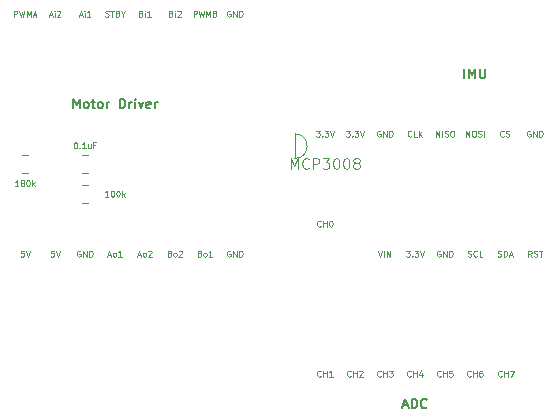
<source format=gbr>
%TF.GenerationSoftware,KiCad,Pcbnew,(6.0.7-1)-1*%
%TF.CreationDate,2022-11-11T20:36:14-08:00*%
%TF.ProjectId,KamiPCBv4,4b616d69-5043-4427-9634-2e6b69636164,rev?*%
%TF.SameCoordinates,Original*%
%TF.FileFunction,Legend,Top*%
%TF.FilePolarity,Positive*%
%FSLAX46Y46*%
G04 Gerber Fmt 4.6, Leading zero omitted, Abs format (unit mm)*
G04 Created by KiCad (PCBNEW (6.0.7-1)-1) date 2022-11-11 20:36:14*
%MOMM*%
%LPD*%
G01*
G04 APERTURE LIST*
%ADD10C,0.150000*%
%ADD11C,0.120000*%
%ADD12C,0.125000*%
%ADD13C,0.121920*%
G04 APERTURE END LIST*
D10*
X156489523Y-132213333D02*
X156870476Y-132213333D01*
X156413333Y-132441904D02*
X156680000Y-131641904D01*
X156946666Y-132441904D01*
X157213333Y-132441904D02*
X157213333Y-131641904D01*
X157403809Y-131641904D01*
X157518095Y-131680000D01*
X157594285Y-131756190D01*
X157632380Y-131832380D01*
X157670476Y-131984761D01*
X157670476Y-132099047D01*
X157632380Y-132251428D01*
X157594285Y-132327619D01*
X157518095Y-132403809D01*
X157403809Y-132441904D01*
X157213333Y-132441904D01*
X158470476Y-132365714D02*
X158432380Y-132403809D01*
X158318095Y-132441904D01*
X158241904Y-132441904D01*
X158127619Y-132403809D01*
X158051428Y-132327619D01*
X158013333Y-132251428D01*
X157975238Y-132099047D01*
X157975238Y-131984761D01*
X158013333Y-131832380D01*
X158051428Y-131756190D01*
X158127619Y-131680000D01*
X158241904Y-131641904D01*
X158318095Y-131641904D01*
X158432380Y-131680000D01*
X158470476Y-131718095D01*
D11*
X147320000Y-109220000D02*
X147320000Y-111300000D01*
X147320000Y-111300000D02*
G75*
G03*
X147320000Y-109220000I0J1040000D01*
G01*
D12*
X164492857Y-119582380D02*
X164564285Y-119606190D01*
X164683333Y-119606190D01*
X164730952Y-119582380D01*
X164754761Y-119558571D01*
X164778571Y-119510952D01*
X164778571Y-119463333D01*
X164754761Y-119415714D01*
X164730952Y-119391904D01*
X164683333Y-119368095D01*
X164588095Y-119344285D01*
X164540476Y-119320476D01*
X164516666Y-119296666D01*
X164492857Y-119249047D01*
X164492857Y-119201428D01*
X164516666Y-119153809D01*
X164540476Y-119130000D01*
X164588095Y-119106190D01*
X164707142Y-119106190D01*
X164778571Y-119130000D01*
X164992857Y-119606190D02*
X164992857Y-119106190D01*
X165111904Y-119106190D01*
X165183333Y-119130000D01*
X165230952Y-119177619D01*
X165254761Y-119225238D01*
X165278571Y-119320476D01*
X165278571Y-119391904D01*
X165254761Y-119487142D01*
X165230952Y-119534761D01*
X165183333Y-119582380D01*
X165111904Y-119606190D01*
X164992857Y-119606190D01*
X165469047Y-119463333D02*
X165707142Y-119463333D01*
X165421428Y-119606190D02*
X165588095Y-119106190D01*
X165754761Y-119606190D01*
X159639047Y-119130000D02*
X159591428Y-119106190D01*
X159520000Y-119106190D01*
X159448571Y-119130000D01*
X159400952Y-119177619D01*
X159377142Y-119225238D01*
X159353333Y-119320476D01*
X159353333Y-119391904D01*
X159377142Y-119487142D01*
X159400952Y-119534761D01*
X159448571Y-119582380D01*
X159520000Y-119606190D01*
X159567619Y-119606190D01*
X159639047Y-119582380D01*
X159662857Y-119558571D01*
X159662857Y-119391904D01*
X159567619Y-119391904D01*
X159877142Y-119606190D02*
X159877142Y-119106190D01*
X160162857Y-119606190D01*
X160162857Y-119106190D01*
X160400952Y-119606190D02*
X160400952Y-119106190D01*
X160520000Y-119106190D01*
X160591428Y-119130000D01*
X160639047Y-119177619D01*
X160662857Y-119225238D01*
X160686666Y-119320476D01*
X160686666Y-119391904D01*
X160662857Y-119487142D01*
X160639047Y-119534761D01*
X160591428Y-119582380D01*
X160520000Y-119606190D01*
X160400952Y-119606190D01*
X141859047Y-98810000D02*
X141811428Y-98786190D01*
X141740000Y-98786190D01*
X141668571Y-98810000D01*
X141620952Y-98857619D01*
X141597142Y-98905238D01*
X141573333Y-99000476D01*
X141573333Y-99071904D01*
X141597142Y-99167142D01*
X141620952Y-99214761D01*
X141668571Y-99262380D01*
X141740000Y-99286190D01*
X141787619Y-99286190D01*
X141859047Y-99262380D01*
X141882857Y-99238571D01*
X141882857Y-99071904D01*
X141787619Y-99071904D01*
X142097142Y-99286190D02*
X142097142Y-98786190D01*
X142382857Y-99286190D01*
X142382857Y-98786190D01*
X142620952Y-99286190D02*
X142620952Y-98786190D01*
X142740000Y-98786190D01*
X142811428Y-98810000D01*
X142859047Y-98857619D01*
X142882857Y-98905238D01*
X142906666Y-99000476D01*
X142906666Y-99071904D01*
X142882857Y-99167142D01*
X142859047Y-99214761D01*
X142811428Y-99262380D01*
X142740000Y-99286190D01*
X142620952Y-99286190D01*
X157134761Y-129718571D02*
X157110952Y-129742380D01*
X157039523Y-129766190D01*
X156991904Y-129766190D01*
X156920476Y-129742380D01*
X156872857Y-129694761D01*
X156849047Y-129647142D01*
X156825238Y-129551904D01*
X156825238Y-129480476D01*
X156849047Y-129385238D01*
X156872857Y-129337619D01*
X156920476Y-129290000D01*
X156991904Y-129266190D01*
X157039523Y-129266190D01*
X157110952Y-129290000D01*
X157134761Y-129313809D01*
X157349047Y-129766190D02*
X157349047Y-129266190D01*
X157349047Y-129504285D02*
X157634761Y-129504285D01*
X157634761Y-129766190D02*
X157634761Y-129266190D01*
X158087142Y-129432857D02*
X158087142Y-129766190D01*
X157968095Y-129242380D02*
X157849047Y-129599523D01*
X158158571Y-129599523D01*
X129159047Y-119130000D02*
X129111428Y-119106190D01*
X129040000Y-119106190D01*
X128968571Y-119130000D01*
X128920952Y-119177619D01*
X128897142Y-119225238D01*
X128873333Y-119320476D01*
X128873333Y-119391904D01*
X128897142Y-119487142D01*
X128920952Y-119534761D01*
X128968571Y-119582380D01*
X129040000Y-119606190D01*
X129087619Y-119606190D01*
X129159047Y-119582380D01*
X129182857Y-119558571D01*
X129182857Y-119391904D01*
X129087619Y-119391904D01*
X129397142Y-119606190D02*
X129397142Y-119106190D01*
X129682857Y-119606190D01*
X129682857Y-119106190D01*
X129920952Y-119606190D02*
X129920952Y-119106190D01*
X130040000Y-119106190D01*
X130111428Y-119130000D01*
X130159047Y-119177619D01*
X130182857Y-119225238D01*
X130206666Y-119320476D01*
X130206666Y-119391904D01*
X130182857Y-119487142D01*
X130159047Y-119534761D01*
X130111428Y-119582380D01*
X130040000Y-119606190D01*
X129920952Y-119606190D01*
X164836560Y-129718571D02*
X164812751Y-129742380D01*
X164741322Y-129766190D01*
X164693703Y-129766190D01*
X164622275Y-129742380D01*
X164574656Y-129694761D01*
X164550846Y-129647142D01*
X164527037Y-129551904D01*
X164527037Y-129480476D01*
X164550846Y-129385238D01*
X164574656Y-129337619D01*
X164622275Y-129290000D01*
X164693703Y-129266190D01*
X164741322Y-129266190D01*
X164812751Y-129290000D01*
X164836560Y-129313809D01*
X165050846Y-129766190D02*
X165050846Y-129266190D01*
X165050846Y-129504285D02*
X165336560Y-129504285D01*
X165336560Y-129766190D02*
X165336560Y-129266190D01*
X165527037Y-129266190D02*
X165860370Y-129266190D01*
X165646084Y-129766190D01*
X167259047Y-108970000D02*
X167211428Y-108946190D01*
X167140000Y-108946190D01*
X167068571Y-108970000D01*
X167020952Y-109017619D01*
X166997142Y-109065238D01*
X166973333Y-109160476D01*
X166973333Y-109231904D01*
X166997142Y-109327142D01*
X167020952Y-109374761D01*
X167068571Y-109422380D01*
X167140000Y-109446190D01*
X167187619Y-109446190D01*
X167259047Y-109422380D01*
X167282857Y-109398571D01*
X167282857Y-109231904D01*
X167187619Y-109231904D01*
X167497142Y-109446190D02*
X167497142Y-108946190D01*
X167782857Y-109446190D01*
X167782857Y-108946190D01*
X168020952Y-109446190D02*
X168020952Y-108946190D01*
X168140000Y-108946190D01*
X168211428Y-108970000D01*
X168259047Y-109017619D01*
X168282857Y-109065238D01*
X168306666Y-109160476D01*
X168306666Y-109231904D01*
X168282857Y-109327142D01*
X168259047Y-109374761D01*
X168211428Y-109422380D01*
X168140000Y-109446190D01*
X168020952Y-109446190D01*
X126904761Y-119106190D02*
X126666666Y-119106190D01*
X126642857Y-119344285D01*
X126666666Y-119320476D01*
X126714285Y-119296666D01*
X126833333Y-119296666D01*
X126880952Y-119320476D01*
X126904761Y-119344285D01*
X126928571Y-119391904D01*
X126928571Y-119510952D01*
X126904761Y-119558571D01*
X126880952Y-119582380D01*
X126833333Y-119606190D01*
X126714285Y-119606190D01*
X126666666Y-119582380D01*
X126642857Y-119558571D01*
X127071428Y-119106190D02*
X127238095Y-119606190D01*
X127404761Y-119106190D01*
X123543333Y-99286190D02*
X123543333Y-98786190D01*
X123733809Y-98786190D01*
X123781428Y-98810000D01*
X123805238Y-98833809D01*
X123829047Y-98881428D01*
X123829047Y-98952857D01*
X123805238Y-99000476D01*
X123781428Y-99024285D01*
X123733809Y-99048095D01*
X123543333Y-99048095D01*
X123995714Y-98786190D02*
X124114761Y-99286190D01*
X124210000Y-98929047D01*
X124305238Y-99286190D01*
X124424285Y-98786190D01*
X124614761Y-99286190D02*
X124614761Y-98786190D01*
X124781428Y-99143333D01*
X124948095Y-98786190D01*
X124948095Y-99286190D01*
X125162380Y-99143333D02*
X125400476Y-99143333D01*
X125114761Y-99286190D02*
X125281428Y-98786190D01*
X125448095Y-99286190D01*
X138747619Y-99286190D02*
X138747619Y-98786190D01*
X138938095Y-98786190D01*
X138985714Y-98810000D01*
X139009523Y-98833809D01*
X139033333Y-98881428D01*
X139033333Y-98952857D01*
X139009523Y-99000476D01*
X138985714Y-99024285D01*
X138938095Y-99048095D01*
X138747619Y-99048095D01*
X139200000Y-98786190D02*
X139319047Y-99286190D01*
X139414285Y-98929047D01*
X139509523Y-99286190D01*
X139628571Y-98786190D01*
X139819047Y-99286190D02*
X139819047Y-98786190D01*
X139985714Y-99143333D01*
X140152380Y-98786190D01*
X140152380Y-99286190D01*
X140557142Y-99024285D02*
X140628571Y-99048095D01*
X140652380Y-99071904D01*
X140676190Y-99119523D01*
X140676190Y-99190952D01*
X140652380Y-99238571D01*
X140628571Y-99262380D01*
X140580952Y-99286190D01*
X140390476Y-99286190D01*
X140390476Y-98786190D01*
X140557142Y-98786190D01*
X140604761Y-98810000D01*
X140628571Y-98833809D01*
X140652380Y-98881428D01*
X140652380Y-98929047D01*
X140628571Y-98976666D01*
X140604761Y-99000476D01*
X140557142Y-99024285D01*
X140390476Y-99024285D01*
X141859047Y-119130000D02*
X141811428Y-119106190D01*
X141740000Y-119106190D01*
X141668571Y-119130000D01*
X141620952Y-119177619D01*
X141597142Y-119225238D01*
X141573333Y-119320476D01*
X141573333Y-119391904D01*
X141597142Y-119487142D01*
X141620952Y-119534761D01*
X141668571Y-119582380D01*
X141740000Y-119606190D01*
X141787619Y-119606190D01*
X141859047Y-119582380D01*
X141882857Y-119558571D01*
X141882857Y-119391904D01*
X141787619Y-119391904D01*
X142097142Y-119606190D02*
X142097142Y-119106190D01*
X142382857Y-119606190D01*
X142382857Y-119106190D01*
X142620952Y-119606190D02*
X142620952Y-119106190D01*
X142740000Y-119106190D01*
X142811428Y-119130000D01*
X142859047Y-119177619D01*
X142882857Y-119225238D01*
X142906666Y-119320476D01*
X142906666Y-119391904D01*
X142882857Y-119487142D01*
X142859047Y-119534761D01*
X142811428Y-119582380D01*
X142740000Y-119606190D01*
X142620952Y-119606190D01*
X165016666Y-109398571D02*
X164992857Y-109422380D01*
X164921428Y-109446190D01*
X164873809Y-109446190D01*
X164802380Y-109422380D01*
X164754761Y-109374761D01*
X164730952Y-109327142D01*
X164707142Y-109231904D01*
X164707142Y-109160476D01*
X164730952Y-109065238D01*
X164754761Y-109017619D01*
X164802380Y-108970000D01*
X164873809Y-108946190D01*
X164921428Y-108946190D01*
X164992857Y-108970000D01*
X165016666Y-108993809D01*
X165207142Y-109422380D02*
X165278571Y-109446190D01*
X165397619Y-109446190D01*
X165445238Y-109422380D01*
X165469047Y-109398571D01*
X165492857Y-109350952D01*
X165492857Y-109303333D01*
X165469047Y-109255714D01*
X165445238Y-109231904D01*
X165397619Y-109208095D01*
X165302380Y-109184285D01*
X165254761Y-109160476D01*
X165230952Y-109136666D01*
X165207142Y-109089047D01*
X165207142Y-109041428D01*
X165230952Y-108993809D01*
X165254761Y-108970000D01*
X165302380Y-108946190D01*
X165421428Y-108946190D01*
X165492857Y-108970000D01*
X139271428Y-119344285D02*
X139342857Y-119368095D01*
X139366666Y-119391904D01*
X139390476Y-119439523D01*
X139390476Y-119510952D01*
X139366666Y-119558571D01*
X139342857Y-119582380D01*
X139295238Y-119606190D01*
X139104761Y-119606190D01*
X139104761Y-119106190D01*
X139271428Y-119106190D01*
X139319047Y-119130000D01*
X139342857Y-119153809D01*
X139366666Y-119201428D01*
X139366666Y-119249047D01*
X139342857Y-119296666D01*
X139319047Y-119320476D01*
X139271428Y-119344285D01*
X139104761Y-119344285D01*
X139676190Y-119606190D02*
X139628571Y-119582380D01*
X139604761Y-119558571D01*
X139580952Y-119510952D01*
X139580952Y-119368095D01*
X139604761Y-119320476D01*
X139628571Y-119296666D01*
X139676190Y-119272857D01*
X139747619Y-119272857D01*
X139795238Y-119296666D01*
X139819047Y-119320476D01*
X139842857Y-119368095D01*
X139842857Y-119510952D01*
X139819047Y-119558571D01*
X139795238Y-119582380D01*
X139747619Y-119606190D01*
X139676190Y-119606190D01*
X140319047Y-119606190D02*
X140033333Y-119606190D01*
X140176190Y-119606190D02*
X140176190Y-119106190D01*
X140128571Y-119177619D01*
X140080952Y-119225238D01*
X140033333Y-119249047D01*
X129063809Y-99143333D02*
X129301904Y-99143333D01*
X129016190Y-99286190D02*
X129182857Y-98786190D01*
X129349523Y-99286190D01*
X129516190Y-99286190D02*
X129516190Y-98952857D01*
X129516190Y-98786190D02*
X129492380Y-98810000D01*
X129516190Y-98833809D01*
X129540000Y-98810000D01*
X129516190Y-98786190D01*
X129516190Y-98833809D01*
X130016190Y-99286190D02*
X129730476Y-99286190D01*
X129873333Y-99286190D02*
X129873333Y-98786190D01*
X129825714Y-98857619D01*
X129778095Y-98905238D01*
X129730476Y-98929047D01*
X131496666Y-119463333D02*
X131734761Y-119463333D01*
X131449047Y-119606190D02*
X131615714Y-119106190D01*
X131782380Y-119606190D01*
X132020476Y-119606190D02*
X131972857Y-119582380D01*
X131949047Y-119558571D01*
X131925238Y-119510952D01*
X131925238Y-119368095D01*
X131949047Y-119320476D01*
X131972857Y-119296666D01*
X132020476Y-119272857D01*
X132091904Y-119272857D01*
X132139523Y-119296666D01*
X132163333Y-119320476D01*
X132187142Y-119368095D01*
X132187142Y-119510952D01*
X132163333Y-119558571D01*
X132139523Y-119582380D01*
X132091904Y-119606190D01*
X132020476Y-119606190D01*
X132663333Y-119606190D02*
X132377619Y-119606190D01*
X132520476Y-119606190D02*
X132520476Y-119106190D01*
X132472857Y-119177619D01*
X132425238Y-119225238D01*
X132377619Y-119249047D01*
X149514761Y-117018571D02*
X149490952Y-117042380D01*
X149419523Y-117066190D01*
X149371904Y-117066190D01*
X149300476Y-117042380D01*
X149252857Y-116994761D01*
X149229047Y-116947142D01*
X149205238Y-116851904D01*
X149205238Y-116780476D01*
X149229047Y-116685238D01*
X149252857Y-116637619D01*
X149300476Y-116590000D01*
X149371904Y-116566190D01*
X149419523Y-116566190D01*
X149490952Y-116590000D01*
X149514761Y-116613809D01*
X149729047Y-117066190D02*
X149729047Y-116566190D01*
X149729047Y-116804285D02*
X150014761Y-116804285D01*
X150014761Y-117066190D02*
X150014761Y-116566190D01*
X150348095Y-116566190D02*
X150395714Y-116566190D01*
X150443333Y-116590000D01*
X150467142Y-116613809D01*
X150490952Y-116661428D01*
X150514761Y-116756666D01*
X150514761Y-116875714D01*
X150490952Y-116970952D01*
X150467142Y-117018571D01*
X150443333Y-117042380D01*
X150395714Y-117066190D01*
X150348095Y-117066190D01*
X150300476Y-117042380D01*
X150276666Y-117018571D01*
X150252857Y-116970952D01*
X150229047Y-116875714D01*
X150229047Y-116756666D01*
X150252857Y-116661428D01*
X150276666Y-116613809D01*
X150300476Y-116590000D01*
X150348095Y-116566190D01*
X159674761Y-129718571D02*
X159650952Y-129742380D01*
X159579523Y-129766190D01*
X159531904Y-129766190D01*
X159460476Y-129742380D01*
X159412857Y-129694761D01*
X159389047Y-129647142D01*
X159365238Y-129551904D01*
X159365238Y-129480476D01*
X159389047Y-129385238D01*
X159412857Y-129337619D01*
X159460476Y-129290000D01*
X159531904Y-129266190D01*
X159579523Y-129266190D01*
X159650952Y-129290000D01*
X159674761Y-129313809D01*
X159889047Y-129766190D02*
X159889047Y-129266190D01*
X159889047Y-129504285D02*
X160174761Y-129504285D01*
X160174761Y-129766190D02*
X160174761Y-129266190D01*
X160650952Y-129266190D02*
X160412857Y-129266190D01*
X160389047Y-129504285D01*
X160412857Y-129480476D01*
X160460476Y-129456666D01*
X160579523Y-129456666D01*
X160627142Y-129480476D01*
X160650952Y-129504285D01*
X160674761Y-129551904D01*
X160674761Y-129670952D01*
X160650952Y-129718571D01*
X160627142Y-129742380D01*
X160579523Y-129766190D01*
X160460476Y-129766190D01*
X160412857Y-129742380D01*
X160389047Y-129718571D01*
X136838571Y-99024285D02*
X136910000Y-99048095D01*
X136933809Y-99071904D01*
X136957619Y-99119523D01*
X136957619Y-99190952D01*
X136933809Y-99238571D01*
X136910000Y-99262380D01*
X136862380Y-99286190D01*
X136671904Y-99286190D01*
X136671904Y-98786190D01*
X136838571Y-98786190D01*
X136886190Y-98810000D01*
X136910000Y-98833809D01*
X136933809Y-98881428D01*
X136933809Y-98929047D01*
X136910000Y-98976666D01*
X136886190Y-99000476D01*
X136838571Y-99024285D01*
X136671904Y-99024285D01*
X137171904Y-99286190D02*
X137171904Y-98952857D01*
X137171904Y-98786190D02*
X137148095Y-98810000D01*
X137171904Y-98833809D01*
X137195714Y-98810000D01*
X137171904Y-98786190D01*
X137171904Y-98833809D01*
X137386190Y-98833809D02*
X137410000Y-98810000D01*
X137457619Y-98786190D01*
X137576666Y-98786190D01*
X137624285Y-98810000D01*
X137648095Y-98833809D01*
X137671904Y-98881428D01*
X137671904Y-98929047D01*
X137648095Y-99000476D01*
X137362380Y-99286190D01*
X137671904Y-99286190D01*
X154594761Y-129718571D02*
X154570952Y-129742380D01*
X154499523Y-129766190D01*
X154451904Y-129766190D01*
X154380476Y-129742380D01*
X154332857Y-129694761D01*
X154309047Y-129647142D01*
X154285238Y-129551904D01*
X154285238Y-129480476D01*
X154309047Y-129385238D01*
X154332857Y-129337619D01*
X154380476Y-129290000D01*
X154451904Y-129266190D01*
X154499523Y-129266190D01*
X154570952Y-129290000D01*
X154594761Y-129313809D01*
X154809047Y-129766190D02*
X154809047Y-129266190D01*
X154809047Y-129504285D02*
X155094761Y-129504285D01*
X155094761Y-129766190D02*
X155094761Y-129266190D01*
X155285238Y-129266190D02*
X155594761Y-129266190D01*
X155428095Y-129456666D01*
X155499523Y-129456666D01*
X155547142Y-129480476D01*
X155570952Y-129504285D01*
X155594761Y-129551904D01*
X155594761Y-129670952D01*
X155570952Y-129718571D01*
X155547142Y-129742380D01*
X155499523Y-129766190D01*
X155356666Y-129766190D01*
X155309047Y-129742380D01*
X155285238Y-129718571D01*
X149121904Y-108946190D02*
X149431428Y-108946190D01*
X149264761Y-109136666D01*
X149336190Y-109136666D01*
X149383809Y-109160476D01*
X149407619Y-109184285D01*
X149431428Y-109231904D01*
X149431428Y-109350952D01*
X149407619Y-109398571D01*
X149383809Y-109422380D01*
X149336190Y-109446190D01*
X149193333Y-109446190D01*
X149145714Y-109422380D01*
X149121904Y-109398571D01*
X149645714Y-109398571D02*
X149669523Y-109422380D01*
X149645714Y-109446190D01*
X149621904Y-109422380D01*
X149645714Y-109398571D01*
X149645714Y-109446190D01*
X149836190Y-108946190D02*
X150145714Y-108946190D01*
X149979047Y-109136666D01*
X150050476Y-109136666D01*
X150098095Y-109160476D01*
X150121904Y-109184285D01*
X150145714Y-109231904D01*
X150145714Y-109350952D01*
X150121904Y-109398571D01*
X150098095Y-109422380D01*
X150050476Y-109446190D01*
X149907619Y-109446190D01*
X149860000Y-109422380D01*
X149836190Y-109398571D01*
X150288571Y-108946190D02*
X150455238Y-109446190D01*
X150621904Y-108946190D01*
X161774285Y-109446190D02*
X161774285Y-108946190D01*
X161940952Y-109303333D01*
X162107619Y-108946190D01*
X162107619Y-109446190D01*
X162440952Y-108946190D02*
X162536190Y-108946190D01*
X162583809Y-108970000D01*
X162631428Y-109017619D01*
X162655238Y-109112857D01*
X162655238Y-109279523D01*
X162631428Y-109374761D01*
X162583809Y-109422380D01*
X162536190Y-109446190D01*
X162440952Y-109446190D01*
X162393333Y-109422380D01*
X162345714Y-109374761D01*
X162321904Y-109279523D01*
X162321904Y-109112857D01*
X162345714Y-109017619D01*
X162393333Y-108970000D01*
X162440952Y-108946190D01*
X162845714Y-109422380D02*
X162917142Y-109446190D01*
X163036190Y-109446190D01*
X163083809Y-109422380D01*
X163107619Y-109398571D01*
X163131428Y-109350952D01*
X163131428Y-109303333D01*
X163107619Y-109255714D01*
X163083809Y-109231904D01*
X163036190Y-109208095D01*
X162940952Y-109184285D01*
X162893333Y-109160476D01*
X162869523Y-109136666D01*
X162845714Y-109089047D01*
X162845714Y-109041428D01*
X162869523Y-108993809D01*
X162893333Y-108970000D01*
X162940952Y-108946190D01*
X163060000Y-108946190D01*
X163131428Y-108970000D01*
X163345714Y-109446190D02*
X163345714Y-108946190D01*
X167366190Y-119606190D02*
X167199523Y-119368095D01*
X167080476Y-119606190D02*
X167080476Y-119106190D01*
X167270952Y-119106190D01*
X167318571Y-119130000D01*
X167342380Y-119153809D01*
X167366190Y-119201428D01*
X167366190Y-119272857D01*
X167342380Y-119320476D01*
X167318571Y-119344285D01*
X167270952Y-119368095D01*
X167080476Y-119368095D01*
X167556666Y-119582380D02*
X167628095Y-119606190D01*
X167747142Y-119606190D01*
X167794761Y-119582380D01*
X167818571Y-119558571D01*
X167842380Y-119510952D01*
X167842380Y-119463333D01*
X167818571Y-119415714D01*
X167794761Y-119391904D01*
X167747142Y-119368095D01*
X167651904Y-119344285D01*
X167604285Y-119320476D01*
X167580476Y-119296666D01*
X167556666Y-119249047D01*
X167556666Y-119201428D01*
X167580476Y-119153809D01*
X167604285Y-119130000D01*
X167651904Y-119106190D01*
X167770952Y-119106190D01*
X167842380Y-119130000D01*
X167985238Y-119106190D02*
X168270952Y-119106190D01*
X168128095Y-119606190D02*
X168128095Y-119106190D01*
X161964761Y-119582380D02*
X162036190Y-119606190D01*
X162155238Y-119606190D01*
X162202857Y-119582380D01*
X162226666Y-119558571D01*
X162250476Y-119510952D01*
X162250476Y-119463333D01*
X162226666Y-119415714D01*
X162202857Y-119391904D01*
X162155238Y-119368095D01*
X162060000Y-119344285D01*
X162012380Y-119320476D01*
X161988571Y-119296666D01*
X161964761Y-119249047D01*
X161964761Y-119201428D01*
X161988571Y-119153809D01*
X162012380Y-119130000D01*
X162060000Y-119106190D01*
X162179047Y-119106190D01*
X162250476Y-119130000D01*
X162750476Y-119558571D02*
X162726666Y-119582380D01*
X162655238Y-119606190D01*
X162607619Y-119606190D01*
X162536190Y-119582380D01*
X162488571Y-119534761D01*
X162464761Y-119487142D01*
X162440952Y-119391904D01*
X162440952Y-119320476D01*
X162464761Y-119225238D01*
X162488571Y-119177619D01*
X162536190Y-119130000D01*
X162607619Y-119106190D01*
X162655238Y-119106190D01*
X162726666Y-119130000D01*
X162750476Y-119153809D01*
X163202857Y-119606190D02*
X162964761Y-119606190D01*
X162964761Y-119106190D01*
X162214761Y-129718571D02*
X162190952Y-129742380D01*
X162119523Y-129766190D01*
X162071904Y-129766190D01*
X162000476Y-129742380D01*
X161952857Y-129694761D01*
X161929047Y-129647142D01*
X161905238Y-129551904D01*
X161905238Y-129480476D01*
X161929047Y-129385238D01*
X161952857Y-129337619D01*
X162000476Y-129290000D01*
X162071904Y-129266190D01*
X162119523Y-129266190D01*
X162190952Y-129290000D01*
X162214761Y-129313809D01*
X162429047Y-129766190D02*
X162429047Y-129266190D01*
X162429047Y-129504285D02*
X162714761Y-129504285D01*
X162714761Y-129766190D02*
X162714761Y-129266190D01*
X163167142Y-129266190D02*
X163071904Y-129266190D01*
X163024285Y-129290000D01*
X163000476Y-129313809D01*
X162952857Y-129385238D01*
X162929047Y-129480476D01*
X162929047Y-129670952D01*
X162952857Y-129718571D01*
X162976666Y-129742380D01*
X163024285Y-129766190D01*
X163119523Y-129766190D01*
X163167142Y-129742380D01*
X163190952Y-129718571D01*
X163214761Y-129670952D01*
X163214761Y-129551904D01*
X163190952Y-129504285D01*
X163167142Y-129480476D01*
X163119523Y-129456666D01*
X163024285Y-129456666D01*
X162976666Y-129480476D01*
X162952857Y-129504285D01*
X162929047Y-129551904D01*
X149514761Y-129718571D02*
X149490952Y-129742380D01*
X149419523Y-129766190D01*
X149371904Y-129766190D01*
X149300476Y-129742380D01*
X149252857Y-129694761D01*
X149229047Y-129647142D01*
X149205238Y-129551904D01*
X149205238Y-129480476D01*
X149229047Y-129385238D01*
X149252857Y-129337619D01*
X149300476Y-129290000D01*
X149371904Y-129266190D01*
X149419523Y-129266190D01*
X149490952Y-129290000D01*
X149514761Y-129313809D01*
X149729047Y-129766190D02*
X149729047Y-129266190D01*
X149729047Y-129504285D02*
X150014761Y-129504285D01*
X150014761Y-129766190D02*
X150014761Y-129266190D01*
X150514761Y-129766190D02*
X150229047Y-129766190D01*
X150371904Y-129766190D02*
X150371904Y-129266190D01*
X150324285Y-129337619D01*
X150276666Y-129385238D01*
X150229047Y-129409047D01*
X159234285Y-109446190D02*
X159234285Y-108946190D01*
X159400952Y-109303333D01*
X159567619Y-108946190D01*
X159567619Y-109446190D01*
X159805714Y-109446190D02*
X159805714Y-108946190D01*
X160020000Y-109422380D02*
X160091428Y-109446190D01*
X160210476Y-109446190D01*
X160258095Y-109422380D01*
X160281904Y-109398571D01*
X160305714Y-109350952D01*
X160305714Y-109303333D01*
X160281904Y-109255714D01*
X160258095Y-109231904D01*
X160210476Y-109208095D01*
X160115238Y-109184285D01*
X160067619Y-109160476D01*
X160043809Y-109136666D01*
X160020000Y-109089047D01*
X160020000Y-109041428D01*
X160043809Y-108993809D01*
X160067619Y-108970000D01*
X160115238Y-108946190D01*
X160234285Y-108946190D01*
X160305714Y-108970000D01*
X160615238Y-108946190D02*
X160710476Y-108946190D01*
X160758095Y-108970000D01*
X160805714Y-109017619D01*
X160829523Y-109112857D01*
X160829523Y-109279523D01*
X160805714Y-109374761D01*
X160758095Y-109422380D01*
X160710476Y-109446190D01*
X160615238Y-109446190D01*
X160567619Y-109422380D01*
X160520000Y-109374761D01*
X160496190Y-109279523D01*
X160496190Y-109112857D01*
X160520000Y-109017619D01*
X160567619Y-108970000D01*
X160615238Y-108946190D01*
D13*
X146964883Y-112164464D02*
X146964883Y-111270384D01*
X147262910Y-111909013D01*
X147560937Y-111270384D01*
X147560937Y-112164464D01*
X148497592Y-112079314D02*
X148455017Y-112121889D01*
X148327291Y-112164464D01*
X148242140Y-112164464D01*
X148114415Y-112121889D01*
X148029264Y-112036739D01*
X147986689Y-111951588D01*
X147944114Y-111781287D01*
X147944114Y-111653561D01*
X147986689Y-111483260D01*
X148029264Y-111398110D01*
X148114415Y-111312960D01*
X148242140Y-111270384D01*
X148327291Y-111270384D01*
X148455017Y-111312960D01*
X148497592Y-111355535D01*
X148880769Y-112164464D02*
X148880769Y-111270384D01*
X149221371Y-111270384D01*
X149306521Y-111312960D01*
X149349097Y-111355535D01*
X149391672Y-111440685D01*
X149391672Y-111568411D01*
X149349097Y-111653561D01*
X149306521Y-111696137D01*
X149221371Y-111738712D01*
X148880769Y-111738712D01*
X149689699Y-111270384D02*
X150243177Y-111270384D01*
X149945150Y-111610986D01*
X150072876Y-111610986D01*
X150158026Y-111653561D01*
X150200601Y-111696137D01*
X150243177Y-111781287D01*
X150243177Y-111994163D01*
X150200601Y-112079314D01*
X150158026Y-112121889D01*
X150072876Y-112164464D01*
X149817424Y-112164464D01*
X149732274Y-112121889D01*
X149689699Y-112079314D01*
X150796655Y-111270384D02*
X150881805Y-111270384D01*
X150966956Y-111312960D01*
X151009531Y-111355535D01*
X151052106Y-111440685D01*
X151094681Y-111610986D01*
X151094681Y-111823862D01*
X151052106Y-111994163D01*
X151009531Y-112079314D01*
X150966956Y-112121889D01*
X150881805Y-112164464D01*
X150796655Y-112164464D01*
X150711504Y-112121889D01*
X150668929Y-112079314D01*
X150626354Y-111994163D01*
X150583779Y-111823862D01*
X150583779Y-111610986D01*
X150626354Y-111440685D01*
X150668929Y-111355535D01*
X150711504Y-111312960D01*
X150796655Y-111270384D01*
X151648160Y-111270384D02*
X151733310Y-111270384D01*
X151818460Y-111312960D01*
X151861036Y-111355535D01*
X151903611Y-111440685D01*
X151946186Y-111610986D01*
X151946186Y-111823862D01*
X151903611Y-111994163D01*
X151861036Y-112079314D01*
X151818460Y-112121889D01*
X151733310Y-112164464D01*
X151648160Y-112164464D01*
X151563009Y-112121889D01*
X151520434Y-112079314D01*
X151477859Y-111994163D01*
X151435283Y-111823862D01*
X151435283Y-111610986D01*
X151477859Y-111440685D01*
X151520434Y-111355535D01*
X151563009Y-111312960D01*
X151648160Y-111270384D01*
X152457089Y-111653561D02*
X152371939Y-111610986D01*
X152329363Y-111568411D01*
X152286788Y-111483260D01*
X152286788Y-111440685D01*
X152329363Y-111355535D01*
X152371939Y-111312960D01*
X152457089Y-111270384D01*
X152627390Y-111270384D01*
X152712540Y-111312960D01*
X152755116Y-111355535D01*
X152797691Y-111440685D01*
X152797691Y-111483260D01*
X152755116Y-111568411D01*
X152712540Y-111610986D01*
X152627390Y-111653561D01*
X152457089Y-111653561D01*
X152371939Y-111696137D01*
X152329363Y-111738712D01*
X152286788Y-111823862D01*
X152286788Y-111994163D01*
X152329363Y-112079314D01*
X152371939Y-112121889D01*
X152457089Y-112164464D01*
X152627390Y-112164464D01*
X152712540Y-112121889D01*
X152755116Y-112079314D01*
X152797691Y-111994163D01*
X152797691Y-111823862D01*
X152755116Y-111738712D01*
X152712540Y-111696137D01*
X152627390Y-111653561D01*
D12*
X124364761Y-119106190D02*
X124126666Y-119106190D01*
X124102857Y-119344285D01*
X124126666Y-119320476D01*
X124174285Y-119296666D01*
X124293333Y-119296666D01*
X124340952Y-119320476D01*
X124364761Y-119344285D01*
X124388571Y-119391904D01*
X124388571Y-119510952D01*
X124364761Y-119558571D01*
X124340952Y-119582380D01*
X124293333Y-119606190D01*
X124174285Y-119606190D01*
X124126666Y-119582380D01*
X124102857Y-119558571D01*
X124531428Y-119106190D02*
X124698095Y-119606190D01*
X124864761Y-119106190D01*
D10*
X128575238Y-107041904D02*
X128575238Y-106241904D01*
X128841904Y-106813333D01*
X129108571Y-106241904D01*
X129108571Y-107041904D01*
X129603809Y-107041904D02*
X129527619Y-107003809D01*
X129489523Y-106965714D01*
X129451428Y-106889523D01*
X129451428Y-106660952D01*
X129489523Y-106584761D01*
X129527619Y-106546666D01*
X129603809Y-106508571D01*
X129718095Y-106508571D01*
X129794285Y-106546666D01*
X129832380Y-106584761D01*
X129870476Y-106660952D01*
X129870476Y-106889523D01*
X129832380Y-106965714D01*
X129794285Y-107003809D01*
X129718095Y-107041904D01*
X129603809Y-107041904D01*
X130099047Y-106508571D02*
X130403809Y-106508571D01*
X130213333Y-106241904D02*
X130213333Y-106927619D01*
X130251428Y-107003809D01*
X130327619Y-107041904D01*
X130403809Y-107041904D01*
X130784761Y-107041904D02*
X130708571Y-107003809D01*
X130670476Y-106965714D01*
X130632380Y-106889523D01*
X130632380Y-106660952D01*
X130670476Y-106584761D01*
X130708571Y-106546666D01*
X130784761Y-106508571D01*
X130899047Y-106508571D01*
X130975238Y-106546666D01*
X131013333Y-106584761D01*
X131051428Y-106660952D01*
X131051428Y-106889523D01*
X131013333Y-106965714D01*
X130975238Y-107003809D01*
X130899047Y-107041904D01*
X130784761Y-107041904D01*
X131394285Y-107041904D02*
X131394285Y-106508571D01*
X131394285Y-106660952D02*
X131432380Y-106584761D01*
X131470476Y-106546666D01*
X131546666Y-106508571D01*
X131622857Y-106508571D01*
X132499047Y-107041904D02*
X132499047Y-106241904D01*
X132689523Y-106241904D01*
X132803809Y-106280000D01*
X132880000Y-106356190D01*
X132918095Y-106432380D01*
X132956190Y-106584761D01*
X132956190Y-106699047D01*
X132918095Y-106851428D01*
X132880000Y-106927619D01*
X132803809Y-107003809D01*
X132689523Y-107041904D01*
X132499047Y-107041904D01*
X133299047Y-107041904D02*
X133299047Y-106508571D01*
X133299047Y-106660952D02*
X133337142Y-106584761D01*
X133375238Y-106546666D01*
X133451428Y-106508571D01*
X133527619Y-106508571D01*
X133794285Y-107041904D02*
X133794285Y-106508571D01*
X133794285Y-106241904D02*
X133756190Y-106280000D01*
X133794285Y-106318095D01*
X133832380Y-106280000D01*
X133794285Y-106241904D01*
X133794285Y-106318095D01*
X134099047Y-106508571D02*
X134289523Y-107041904D01*
X134480000Y-106508571D01*
X135089523Y-107003809D02*
X135013333Y-107041904D01*
X134860952Y-107041904D01*
X134784761Y-107003809D01*
X134746666Y-106927619D01*
X134746666Y-106622857D01*
X134784761Y-106546666D01*
X134860952Y-106508571D01*
X135013333Y-106508571D01*
X135089523Y-106546666D01*
X135127619Y-106622857D01*
X135127619Y-106699047D01*
X134746666Y-106775238D01*
X135470476Y-107041904D02*
X135470476Y-106508571D01*
X135470476Y-106660952D02*
X135508571Y-106584761D01*
X135546666Y-106546666D01*
X135622857Y-106508571D01*
X135699047Y-106508571D01*
D12*
X154392380Y-119106190D02*
X154559047Y-119606190D01*
X154725714Y-119106190D01*
X154892380Y-119606190D02*
X154892380Y-119106190D01*
X155130476Y-119606190D02*
X155130476Y-119106190D01*
X155416190Y-119606190D01*
X155416190Y-119106190D01*
X152054761Y-129718571D02*
X152030952Y-129742380D01*
X151959523Y-129766190D01*
X151911904Y-129766190D01*
X151840476Y-129742380D01*
X151792857Y-129694761D01*
X151769047Y-129647142D01*
X151745238Y-129551904D01*
X151745238Y-129480476D01*
X151769047Y-129385238D01*
X151792857Y-129337619D01*
X151840476Y-129290000D01*
X151911904Y-129266190D01*
X151959523Y-129266190D01*
X152030952Y-129290000D01*
X152054761Y-129313809D01*
X152269047Y-129766190D02*
X152269047Y-129266190D01*
X152269047Y-129504285D02*
X152554761Y-129504285D01*
X152554761Y-129766190D02*
X152554761Y-129266190D01*
X152769047Y-129313809D02*
X152792857Y-129290000D01*
X152840476Y-129266190D01*
X152959523Y-129266190D01*
X153007142Y-129290000D01*
X153030952Y-129313809D01*
X153054761Y-129361428D01*
X153054761Y-129409047D01*
X153030952Y-129480476D01*
X152745238Y-129766190D01*
X153054761Y-129766190D01*
X131282380Y-99262380D02*
X131353809Y-99286190D01*
X131472857Y-99286190D01*
X131520476Y-99262380D01*
X131544285Y-99238571D01*
X131568095Y-99190952D01*
X131568095Y-99143333D01*
X131544285Y-99095714D01*
X131520476Y-99071904D01*
X131472857Y-99048095D01*
X131377619Y-99024285D01*
X131330000Y-99000476D01*
X131306190Y-98976666D01*
X131282380Y-98929047D01*
X131282380Y-98881428D01*
X131306190Y-98833809D01*
X131330000Y-98810000D01*
X131377619Y-98786190D01*
X131496666Y-98786190D01*
X131568095Y-98810000D01*
X131710952Y-98786190D02*
X131996666Y-98786190D01*
X131853809Y-99286190D02*
X131853809Y-98786190D01*
X132330000Y-99024285D02*
X132401428Y-99048095D01*
X132425238Y-99071904D01*
X132449047Y-99119523D01*
X132449047Y-99190952D01*
X132425238Y-99238571D01*
X132401428Y-99262380D01*
X132353809Y-99286190D01*
X132163333Y-99286190D01*
X132163333Y-98786190D01*
X132330000Y-98786190D01*
X132377619Y-98810000D01*
X132401428Y-98833809D01*
X132425238Y-98881428D01*
X132425238Y-98929047D01*
X132401428Y-98976666D01*
X132377619Y-99000476D01*
X132330000Y-99024285D01*
X132163333Y-99024285D01*
X132758571Y-99048095D02*
X132758571Y-99286190D01*
X132591904Y-98786190D02*
X132758571Y-99048095D01*
X132925238Y-98786190D01*
X156741904Y-119106190D02*
X157051428Y-119106190D01*
X156884761Y-119296666D01*
X156956190Y-119296666D01*
X157003809Y-119320476D01*
X157027619Y-119344285D01*
X157051428Y-119391904D01*
X157051428Y-119510952D01*
X157027619Y-119558571D01*
X157003809Y-119582380D01*
X156956190Y-119606190D01*
X156813333Y-119606190D01*
X156765714Y-119582380D01*
X156741904Y-119558571D01*
X157265714Y-119558571D02*
X157289523Y-119582380D01*
X157265714Y-119606190D01*
X157241904Y-119582380D01*
X157265714Y-119558571D01*
X157265714Y-119606190D01*
X157456190Y-119106190D02*
X157765714Y-119106190D01*
X157599047Y-119296666D01*
X157670476Y-119296666D01*
X157718095Y-119320476D01*
X157741904Y-119344285D01*
X157765714Y-119391904D01*
X157765714Y-119510952D01*
X157741904Y-119558571D01*
X157718095Y-119582380D01*
X157670476Y-119606190D01*
X157527619Y-119606190D01*
X157480000Y-119582380D01*
X157456190Y-119558571D01*
X157908571Y-119106190D02*
X158075238Y-119606190D01*
X158241904Y-119106190D01*
X136731428Y-119344285D02*
X136802857Y-119368095D01*
X136826666Y-119391904D01*
X136850476Y-119439523D01*
X136850476Y-119510952D01*
X136826666Y-119558571D01*
X136802857Y-119582380D01*
X136755238Y-119606190D01*
X136564761Y-119606190D01*
X136564761Y-119106190D01*
X136731428Y-119106190D01*
X136779047Y-119130000D01*
X136802857Y-119153809D01*
X136826666Y-119201428D01*
X136826666Y-119249047D01*
X136802857Y-119296666D01*
X136779047Y-119320476D01*
X136731428Y-119344285D01*
X136564761Y-119344285D01*
X137136190Y-119606190D02*
X137088571Y-119582380D01*
X137064761Y-119558571D01*
X137040952Y-119510952D01*
X137040952Y-119368095D01*
X137064761Y-119320476D01*
X137088571Y-119296666D01*
X137136190Y-119272857D01*
X137207619Y-119272857D01*
X137255238Y-119296666D01*
X137279047Y-119320476D01*
X137302857Y-119368095D01*
X137302857Y-119510952D01*
X137279047Y-119558571D01*
X137255238Y-119582380D01*
X137207619Y-119606190D01*
X137136190Y-119606190D01*
X137493333Y-119153809D02*
X137517142Y-119130000D01*
X137564761Y-119106190D01*
X137683809Y-119106190D01*
X137731428Y-119130000D01*
X137755238Y-119153809D01*
X137779047Y-119201428D01*
X137779047Y-119249047D01*
X137755238Y-119320476D01*
X137469523Y-119606190D01*
X137779047Y-119606190D01*
X126523809Y-99143333D02*
X126761904Y-99143333D01*
X126476190Y-99286190D02*
X126642857Y-98786190D01*
X126809523Y-99286190D01*
X126976190Y-99286190D02*
X126976190Y-98952857D01*
X126976190Y-98786190D02*
X126952380Y-98810000D01*
X126976190Y-98833809D01*
X127000000Y-98810000D01*
X126976190Y-98786190D01*
X126976190Y-98833809D01*
X127190476Y-98833809D02*
X127214285Y-98810000D01*
X127261904Y-98786190D01*
X127380952Y-98786190D01*
X127428571Y-98810000D01*
X127452380Y-98833809D01*
X127476190Y-98881428D01*
X127476190Y-98929047D01*
X127452380Y-99000476D01*
X127166666Y-99286190D01*
X127476190Y-99286190D01*
X151661904Y-108946190D02*
X151971428Y-108946190D01*
X151804761Y-109136666D01*
X151876190Y-109136666D01*
X151923809Y-109160476D01*
X151947619Y-109184285D01*
X151971428Y-109231904D01*
X151971428Y-109350952D01*
X151947619Y-109398571D01*
X151923809Y-109422380D01*
X151876190Y-109446190D01*
X151733333Y-109446190D01*
X151685714Y-109422380D01*
X151661904Y-109398571D01*
X152185714Y-109398571D02*
X152209523Y-109422380D01*
X152185714Y-109446190D01*
X152161904Y-109422380D01*
X152185714Y-109398571D01*
X152185714Y-109446190D01*
X152376190Y-108946190D02*
X152685714Y-108946190D01*
X152519047Y-109136666D01*
X152590476Y-109136666D01*
X152638095Y-109160476D01*
X152661904Y-109184285D01*
X152685714Y-109231904D01*
X152685714Y-109350952D01*
X152661904Y-109398571D01*
X152638095Y-109422380D01*
X152590476Y-109446190D01*
X152447619Y-109446190D01*
X152400000Y-109422380D01*
X152376190Y-109398571D01*
X152828571Y-108946190D02*
X152995238Y-109446190D01*
X153161904Y-108946190D01*
D10*
X161683809Y-104501904D02*
X161683809Y-103701904D01*
X162064761Y-104501904D02*
X162064761Y-103701904D01*
X162331428Y-104273333D01*
X162598095Y-103701904D01*
X162598095Y-104501904D01*
X162979047Y-103701904D02*
X162979047Y-104349523D01*
X163017142Y-104425714D01*
X163055238Y-104463809D01*
X163131428Y-104501904D01*
X163283809Y-104501904D01*
X163360000Y-104463809D01*
X163398095Y-104425714D01*
X163436190Y-104349523D01*
X163436190Y-103701904D01*
D12*
X154559047Y-108970000D02*
X154511428Y-108946190D01*
X154440000Y-108946190D01*
X154368571Y-108970000D01*
X154320952Y-109017619D01*
X154297142Y-109065238D01*
X154273333Y-109160476D01*
X154273333Y-109231904D01*
X154297142Y-109327142D01*
X154320952Y-109374761D01*
X154368571Y-109422380D01*
X154440000Y-109446190D01*
X154487619Y-109446190D01*
X154559047Y-109422380D01*
X154582857Y-109398571D01*
X154582857Y-109231904D01*
X154487619Y-109231904D01*
X154797142Y-109446190D02*
X154797142Y-108946190D01*
X155082857Y-109446190D01*
X155082857Y-108946190D01*
X155320952Y-109446190D02*
X155320952Y-108946190D01*
X155440000Y-108946190D01*
X155511428Y-108970000D01*
X155559047Y-109017619D01*
X155582857Y-109065238D01*
X155606666Y-109160476D01*
X155606666Y-109231904D01*
X155582857Y-109327142D01*
X155559047Y-109374761D01*
X155511428Y-109422380D01*
X155440000Y-109446190D01*
X155320952Y-109446190D01*
X134298571Y-99024285D02*
X134370000Y-99048095D01*
X134393809Y-99071904D01*
X134417619Y-99119523D01*
X134417619Y-99190952D01*
X134393809Y-99238571D01*
X134370000Y-99262380D01*
X134322380Y-99286190D01*
X134131904Y-99286190D01*
X134131904Y-98786190D01*
X134298571Y-98786190D01*
X134346190Y-98810000D01*
X134370000Y-98833809D01*
X134393809Y-98881428D01*
X134393809Y-98929047D01*
X134370000Y-98976666D01*
X134346190Y-99000476D01*
X134298571Y-99024285D01*
X134131904Y-99024285D01*
X134631904Y-99286190D02*
X134631904Y-98952857D01*
X134631904Y-98786190D02*
X134608095Y-98810000D01*
X134631904Y-98833809D01*
X134655714Y-98810000D01*
X134631904Y-98786190D01*
X134631904Y-98833809D01*
X135131904Y-99286190D02*
X134846190Y-99286190D01*
X134989047Y-99286190D02*
X134989047Y-98786190D01*
X134941428Y-98857619D01*
X134893809Y-98905238D01*
X134846190Y-98929047D01*
X157182380Y-109398571D02*
X157158571Y-109422380D01*
X157087142Y-109446190D01*
X157039523Y-109446190D01*
X156968095Y-109422380D01*
X156920476Y-109374761D01*
X156896666Y-109327142D01*
X156872857Y-109231904D01*
X156872857Y-109160476D01*
X156896666Y-109065238D01*
X156920476Y-109017619D01*
X156968095Y-108970000D01*
X157039523Y-108946190D01*
X157087142Y-108946190D01*
X157158571Y-108970000D01*
X157182380Y-108993809D01*
X157634761Y-109446190D02*
X157396666Y-109446190D01*
X157396666Y-108946190D01*
X157801428Y-109446190D02*
X157801428Y-108946190D01*
X158087142Y-109446190D02*
X157872857Y-109160476D01*
X158087142Y-108946190D02*
X157801428Y-109231904D01*
X134036666Y-119463333D02*
X134274761Y-119463333D01*
X133989047Y-119606190D02*
X134155714Y-119106190D01*
X134322380Y-119606190D01*
X134560476Y-119606190D02*
X134512857Y-119582380D01*
X134489047Y-119558571D01*
X134465238Y-119510952D01*
X134465238Y-119368095D01*
X134489047Y-119320476D01*
X134512857Y-119296666D01*
X134560476Y-119272857D01*
X134631904Y-119272857D01*
X134679523Y-119296666D01*
X134703333Y-119320476D01*
X134727142Y-119368095D01*
X134727142Y-119510952D01*
X134703333Y-119558571D01*
X134679523Y-119582380D01*
X134631904Y-119606190D01*
X134560476Y-119606190D01*
X134917619Y-119153809D02*
X134941428Y-119130000D01*
X134989047Y-119106190D01*
X135108095Y-119106190D01*
X135155714Y-119130000D01*
X135179523Y-119153809D01*
X135203333Y-119201428D01*
X135203333Y-119249047D01*
X135179523Y-119320476D01*
X134893809Y-119606190D01*
X135203333Y-119606190D01*
D10*
%TO.C,*%
D12*
X123924285Y-113636190D02*
X123638571Y-113636190D01*
X123781428Y-113636190D02*
X123781428Y-113136190D01*
X123733809Y-113207619D01*
X123686190Y-113255238D01*
X123638571Y-113279047D01*
X124210000Y-113350476D02*
X124162380Y-113326666D01*
X124138571Y-113302857D01*
X124114761Y-113255238D01*
X124114761Y-113231428D01*
X124138571Y-113183809D01*
X124162380Y-113160000D01*
X124210000Y-113136190D01*
X124305238Y-113136190D01*
X124352857Y-113160000D01*
X124376666Y-113183809D01*
X124400476Y-113231428D01*
X124400476Y-113255238D01*
X124376666Y-113302857D01*
X124352857Y-113326666D01*
X124305238Y-113350476D01*
X124210000Y-113350476D01*
X124162380Y-113374285D01*
X124138571Y-113398095D01*
X124114761Y-113445714D01*
X124114761Y-113540952D01*
X124138571Y-113588571D01*
X124162380Y-113612380D01*
X124210000Y-113636190D01*
X124305238Y-113636190D01*
X124352857Y-113612380D01*
X124376666Y-113588571D01*
X124400476Y-113540952D01*
X124400476Y-113445714D01*
X124376666Y-113398095D01*
X124352857Y-113374285D01*
X124305238Y-113350476D01*
X124710000Y-113136190D02*
X124757619Y-113136190D01*
X124805238Y-113160000D01*
X124829047Y-113183809D01*
X124852857Y-113231428D01*
X124876666Y-113326666D01*
X124876666Y-113445714D01*
X124852857Y-113540952D01*
X124829047Y-113588571D01*
X124805238Y-113612380D01*
X124757619Y-113636190D01*
X124710000Y-113636190D01*
X124662380Y-113612380D01*
X124638571Y-113588571D01*
X124614761Y-113540952D01*
X124590952Y-113445714D01*
X124590952Y-113326666D01*
X124614761Y-113231428D01*
X124638571Y-113183809D01*
X124662380Y-113160000D01*
X124710000Y-113136190D01*
X125090952Y-113636190D02*
X125090952Y-113136190D01*
X125138571Y-113445714D02*
X125281428Y-113636190D01*
X125281428Y-113302857D02*
X125090952Y-113493333D01*
D10*
D12*
X128718571Y-109946190D02*
X128766190Y-109946190D01*
X128813809Y-109970000D01*
X128837619Y-109993809D01*
X128861428Y-110041428D01*
X128885238Y-110136666D01*
X128885238Y-110255714D01*
X128861428Y-110350952D01*
X128837619Y-110398571D01*
X128813809Y-110422380D01*
X128766190Y-110446190D01*
X128718571Y-110446190D01*
X128670952Y-110422380D01*
X128647142Y-110398571D01*
X128623333Y-110350952D01*
X128599523Y-110255714D01*
X128599523Y-110136666D01*
X128623333Y-110041428D01*
X128647142Y-109993809D01*
X128670952Y-109970000D01*
X128718571Y-109946190D01*
X129099523Y-110398571D02*
X129123333Y-110422380D01*
X129099523Y-110446190D01*
X129075714Y-110422380D01*
X129099523Y-110398571D01*
X129099523Y-110446190D01*
X129599523Y-110446190D02*
X129313809Y-110446190D01*
X129456666Y-110446190D02*
X129456666Y-109946190D01*
X129409047Y-110017619D01*
X129361428Y-110065238D01*
X129313809Y-110089047D01*
X130028095Y-110112857D02*
X130028095Y-110446190D01*
X129813809Y-110112857D02*
X129813809Y-110374761D01*
X129837619Y-110422380D01*
X129885238Y-110446190D01*
X129956666Y-110446190D01*
X130004285Y-110422380D01*
X130028095Y-110398571D01*
X130432857Y-110184285D02*
X130266190Y-110184285D01*
X130266190Y-110446190D02*
X130266190Y-109946190D01*
X130504285Y-109946190D01*
D10*
D12*
X131544285Y-114526190D02*
X131258571Y-114526190D01*
X131401428Y-114526190D02*
X131401428Y-114026190D01*
X131353809Y-114097619D01*
X131306190Y-114145238D01*
X131258571Y-114169047D01*
X131853809Y-114026190D02*
X131901428Y-114026190D01*
X131949047Y-114050000D01*
X131972857Y-114073809D01*
X131996666Y-114121428D01*
X132020476Y-114216666D01*
X132020476Y-114335714D01*
X131996666Y-114430952D01*
X131972857Y-114478571D01*
X131949047Y-114502380D01*
X131901428Y-114526190D01*
X131853809Y-114526190D01*
X131806190Y-114502380D01*
X131782380Y-114478571D01*
X131758571Y-114430952D01*
X131734761Y-114335714D01*
X131734761Y-114216666D01*
X131758571Y-114121428D01*
X131782380Y-114073809D01*
X131806190Y-114050000D01*
X131853809Y-114026190D01*
X132330000Y-114026190D02*
X132377619Y-114026190D01*
X132425238Y-114050000D01*
X132449047Y-114073809D01*
X132472857Y-114121428D01*
X132496666Y-114216666D01*
X132496666Y-114335714D01*
X132472857Y-114430952D01*
X132449047Y-114478571D01*
X132425238Y-114502380D01*
X132377619Y-114526190D01*
X132330000Y-114526190D01*
X132282380Y-114502380D01*
X132258571Y-114478571D01*
X132234761Y-114430952D01*
X132210952Y-114335714D01*
X132210952Y-114216666D01*
X132234761Y-114121428D01*
X132258571Y-114073809D01*
X132282380Y-114050000D01*
X132330000Y-114026190D01*
X132710952Y-114526190D02*
X132710952Y-114026190D01*
X132758571Y-114335714D02*
X132901428Y-114526190D01*
X132901428Y-114192857D02*
X132710952Y-114383333D01*
D10*
D11*
X124232936Y-111025000D02*
X124687064Y-111025000D01*
X124232936Y-112495000D02*
X124687064Y-112495000D01*
X129312936Y-112495000D02*
X129767064Y-112495000D01*
X129312936Y-111025000D02*
X129767064Y-111025000D01*
X129312936Y-115035000D02*
X129767064Y-115035000D01*
X129312936Y-113565000D02*
X129767064Y-113565000D01*
%TD*%
M02*

</source>
